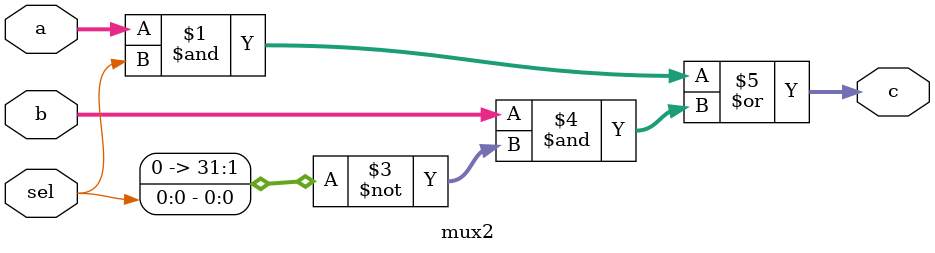
<source format=v>
module mux2 #(
  parameter  DATA_WIDTH = 32
)
(
  input    [DATA_WIDTH-1: 0]         a,    
  input    [DATA_WIDTH-1: 0]         b,
  input                              sel,
  output   [DATA_WIDTH-1: 0]         c
);

  assign c = a & sel | b & (~sel);

endmodule : mux2
</source>
